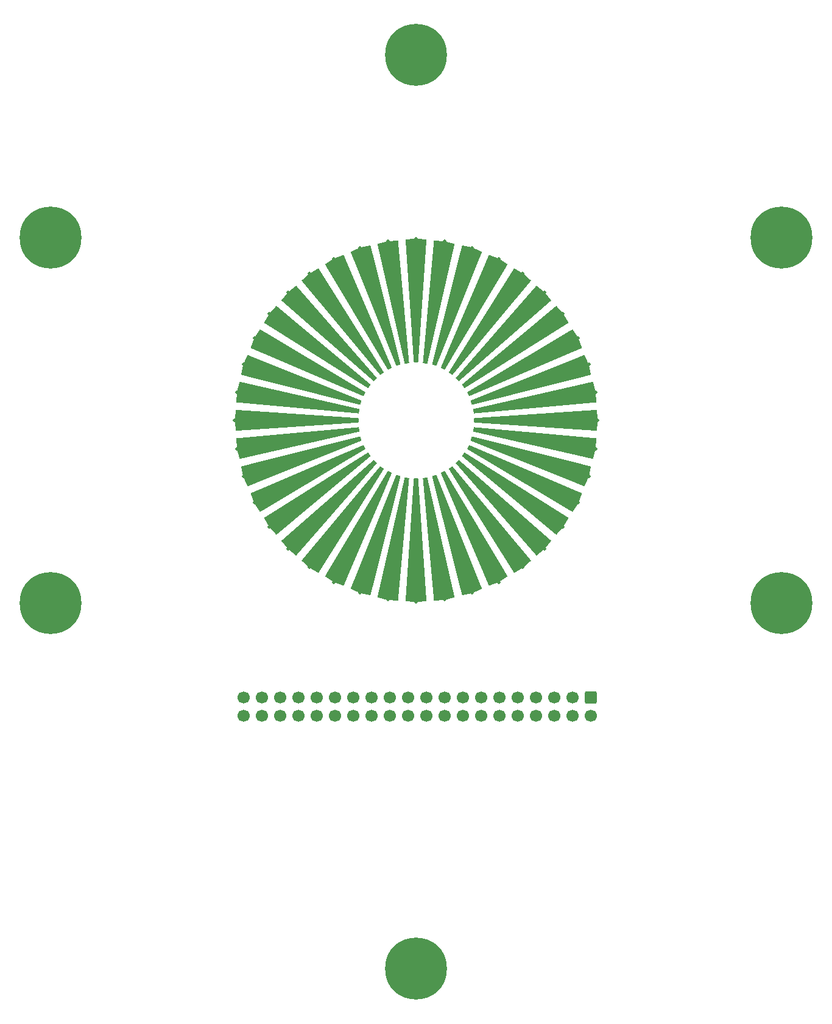
<source format=gbr>
%TF.GenerationSoftware,KiCad,Pcbnew,(5.99.0-8910-g624a231cc0)*%
%TF.CreationDate,2021-02-07T08:47:15+03:00*%
%TF.ProjectId,simpleprobecard,73696d70-6c65-4707-926f-626563617264,rev?*%
%TF.SameCoordinates,Original*%
%TF.FileFunction,Soldermask,Top*%
%TF.FilePolarity,Negative*%
%FSLAX46Y46*%
G04 Gerber Fmt 4.6, Leading zero omitted, Abs format (unit mm)*
G04 Created by KiCad (PCBNEW (5.99.0-8910-g624a231cc0)) date 2021-02-07 08:47:15*
%MOMM*%
%LPD*%
G01*
G04 APERTURE LIST*
G04 Aperture macros list*
%AMRoundRect*
0 Rectangle with rounded corners*
0 $1 Rounding radius*
0 $2 $3 $4 $5 $6 $7 $8 $9 X,Y pos of 4 corners*
0 Add a 4 corners polygon primitive as box body*
4,1,4,$2,$3,$4,$5,$6,$7,$8,$9,$2,$3,0*
0 Add four circle primitives for the rounded corners*
1,1,$1+$1,$2,$3*
1,1,$1+$1,$4,$5*
1,1,$1+$1,$6,$7*
1,1,$1+$1,$8,$9*
0 Add four rect primitives between the rounded corners*
20,1,$1+$1,$2,$3,$4,$5,0*
20,1,$1+$1,$4,$5,$6,$7,0*
20,1,$1+$1,$6,$7,$8,$9,0*
20,1,$1+$1,$8,$9,$2,$3,0*%
%AMFreePoly0*
4,1,32,0.276244,0.043271,0.292903,0.037648,0.293699,0.036041,0.295355,0.035355,0.302084,0.019110,0.309887,0.003355,1.449887,-16.946645,1.444060,-16.963908,1.438920,-16.981387,1.437988,-16.981895,1.437648,-16.982903,1.421315,-16.990992,1.405327,-16.999715,0.005327,-17.149715,0.000001,-17.148149,-0.005326,-17.149715,-1.405327,-16.999715,-1.421315,-16.990992,-1.437648,-16.982903,-1.437988,-16.981895,
-1.438920,-16.981387,-1.444056,-16.963919,-1.449887,-16.946645,-0.309887,0.003355,-0.302084,0.019110,-0.295355,0.035355,-0.293699,0.036041,-0.292903,0.037648,-0.276244,0.043271,-0.260000,0.050000,0.260000,0.050000,0.276244,0.043271,0.276244,0.043271,$1*%
G04 Aperture macros list end*
%ADD10C,0.500000*%
%ADD11FreePoly0,0.000000*%
%ADD12FreePoly0,9.000000*%
%ADD13FreePoly0,18.000000*%
%ADD14FreePoly0,27.000000*%
%ADD15FreePoly0,36.000000*%
%ADD16FreePoly0,45.000000*%
%ADD17FreePoly0,54.000000*%
%ADD18FreePoly0,63.000000*%
%ADD19FreePoly0,72.000000*%
%ADD20FreePoly0,81.000000*%
%ADD21FreePoly0,90.000000*%
%ADD22FreePoly0,99.000000*%
%ADD23FreePoly0,108.000000*%
%ADD24FreePoly0,117.000000*%
%ADD25FreePoly0,126.000000*%
%ADD26FreePoly0,135.000000*%
%ADD27FreePoly0,144.000000*%
%ADD28FreePoly0,153.000000*%
%ADD29FreePoly0,162.000000*%
%ADD30FreePoly0,171.000000*%
%ADD31FreePoly0,180.000000*%
%ADD32FreePoly0,189.000000*%
%ADD33FreePoly0,198.000000*%
%ADD34FreePoly0,207.000000*%
%ADD35FreePoly0,216.000000*%
%ADD36FreePoly0,225.000000*%
%ADD37FreePoly0,234.000000*%
%ADD38FreePoly0,243.000000*%
%ADD39FreePoly0,252.000000*%
%ADD40FreePoly0,261.000000*%
%ADD41FreePoly0,270.000000*%
%ADD42FreePoly0,279.000000*%
%ADD43FreePoly0,288.000000*%
%ADD44FreePoly0,297.000000*%
%ADD45FreePoly0,306.000000*%
%ADD46FreePoly0,315.000000*%
%ADD47FreePoly0,324.000000*%
%ADD48FreePoly0,333.000000*%
%ADD49FreePoly0,342.000000*%
%ADD50FreePoly0,351.000000*%
%ADD51C,0.900000*%
%ADD52C,8.600000*%
%ADD53RoundRect,0.250000X-0.600000X0.600000X-0.600000X-0.600000X0.600000X-0.600000X0.600000X0.600000X0*%
%ADD54C,1.700000*%
G04 APERTURE END LIST*
D10*
%TO.C,J1*%
X0Y-25220000D03*
D11*
X0Y-8100000D03*
D10*
X3945277Y-24909500D03*
D12*
X1267119Y-8000276D03*
D10*
X7793409Y-23985645D03*
D13*
X2503038Y-7703558D03*
D10*
X11449640Y-22471185D03*
D14*
X3677323Y-7217153D03*
D15*
X4761061Y-6553038D03*
D10*
X14823944Y-20403409D03*
X17833233Y-17833233D03*
D16*
X5727565Y-5727565D03*
D17*
X6553038Y-4761061D03*
D10*
X20403409Y-14823944D03*
X22471185Y-11449640D03*
D18*
X7217153Y-3677323D03*
D10*
X23985645Y-7793409D03*
D19*
X7703558Y-2503038D03*
D20*
X8000276Y-1267119D03*
D10*
X24909500Y-3945277D03*
X25220000Y0D03*
D21*
X8100000Y0D03*
D10*
X24909500Y3945277D03*
D22*
X8000276Y1267119D03*
D10*
X23985645Y7793409D03*
D23*
X7703558Y2503038D03*
D24*
X7217153Y3677323D03*
D10*
X22471185Y11449640D03*
X20403409Y14823944D03*
D25*
X6553038Y4761061D03*
D10*
X17833233Y17833233D03*
D26*
X5727565Y5727565D03*
D10*
X14823944Y20403409D03*
D27*
X4761061Y6553038D03*
D28*
X3677323Y7217153D03*
D10*
X11449640Y22471185D03*
X7793409Y23985645D03*
D29*
X2503038Y7703558D03*
D10*
X3945277Y24909500D03*
D30*
X1267119Y8000276D03*
D31*
X0Y8100000D03*
D10*
X0Y25220000D03*
X-3945277Y24909500D03*
D32*
X-1267119Y8000276D03*
D33*
X-2503038Y7703558D03*
D10*
X-7793409Y23985645D03*
D34*
X-3677323Y7217153D03*
D10*
X-11449640Y22471185D03*
X-14823944Y20403409D03*
D35*
X-4761061Y6553038D03*
D10*
X-17833233Y17833233D03*
D36*
X-5727565Y5727565D03*
D10*
X-20403409Y14823944D03*
D37*
X-6553038Y4761061D03*
D38*
X-7217153Y3677323D03*
D10*
X-22471185Y11449640D03*
D39*
X-7703558Y2503038D03*
D10*
X-23985645Y7793409D03*
D40*
X-8000276Y1267119D03*
D10*
X-24909500Y3945277D03*
X-25220000Y0D03*
D41*
X-8100000Y0D03*
D42*
X-8000276Y-1267119D03*
D10*
X-24909500Y-3945277D03*
D43*
X-7703558Y-2503038D03*
D10*
X-23985645Y-7793409D03*
D44*
X-7217153Y-3677323D03*
D10*
X-22471185Y-11449640D03*
X-20403409Y-14823944D03*
D45*
X-6553038Y-4761061D03*
D10*
X-17833233Y-17833233D03*
D46*
X-5727565Y-5727565D03*
D47*
X-4761061Y-6553038D03*
D10*
X-14823944Y-20403409D03*
X-11449640Y-22471185D03*
D48*
X-3677323Y-7217153D03*
D49*
X-2503038Y-7703558D03*
D10*
X-7793409Y-23985645D03*
D50*
X-1267119Y-8000276D03*
D10*
X-3945277Y-24909500D03*
%TD*%
D51*
%TO.C,H7*%
X3225000Y50800000D03*
X0Y54025000D03*
D52*
X0Y50800000D03*
D51*
X0Y47575000D03*
X-3225000Y50800000D03*
X-2280419Y48519581D03*
X2280419Y53080419D03*
X-2280419Y53080419D03*
X2280419Y48519581D03*
%TD*%
D52*
%TO.C,H3*%
X-50800000Y-25400000D03*
D51*
X-47575000Y-25400000D03*
X-50800000Y-22175000D03*
X-48519581Y-27680419D03*
X-54025000Y-25400000D03*
X-48519581Y-23119581D03*
X-50800000Y-28625000D03*
X-53080419Y-27680419D03*
X-53080419Y-23119581D03*
%TD*%
%TO.C,H4*%
X48519581Y27680419D03*
X53080419Y27680419D03*
X48519581Y23119581D03*
D52*
X50800000Y25400000D03*
D51*
X53080419Y23119581D03*
X50800000Y22175000D03*
X47575000Y25400000D03*
X50800000Y28625000D03*
X54025000Y25400000D03*
%TD*%
%TO.C,H1*%
X-53080419Y27680419D03*
X-48519581Y27680419D03*
X-53080419Y23119581D03*
D52*
X-50800000Y25400000D03*
D51*
X-48519581Y23119581D03*
X-50800000Y22175000D03*
X-54025000Y25400000D03*
X-50800000Y28625000D03*
X-47575000Y25400000D03*
%TD*%
D53*
%TO.C,J2*%
X24300000Y-38500000D03*
D54*
X24300000Y-41040000D03*
X21760000Y-38500000D03*
X21760000Y-41040000D03*
X19220000Y-38500000D03*
X19220000Y-41040000D03*
X16680000Y-38500000D03*
X16680000Y-41040000D03*
X14140000Y-38500000D03*
X14140000Y-41040000D03*
X11600000Y-38500000D03*
X11600000Y-41040000D03*
X9060000Y-38500000D03*
X9060000Y-41040000D03*
X6520000Y-38500000D03*
X6520000Y-41040000D03*
X3980000Y-38500000D03*
X3980000Y-41040000D03*
X1440000Y-38500000D03*
X1440000Y-41040000D03*
X-1100000Y-38500000D03*
X-1100000Y-41040000D03*
X-3640000Y-38500000D03*
X-3640000Y-41040000D03*
X-6180000Y-38500000D03*
X-6180000Y-41040000D03*
X-8720000Y-38500000D03*
X-8720000Y-41040000D03*
X-11260000Y-38500000D03*
X-11260000Y-41040000D03*
X-13800000Y-38500000D03*
X-13800000Y-41040000D03*
X-16340000Y-38500000D03*
X-16340000Y-41040000D03*
X-18880000Y-38500000D03*
X-18880000Y-41040000D03*
X-21420000Y-38500000D03*
X-21420000Y-41040000D03*
X-23960000Y-38500000D03*
X-23960000Y-41040000D03*
%TD*%
D52*
%TO.C,H6*%
X50800000Y-25400000D03*
D51*
X54025000Y-25400000D03*
X50800000Y-22175000D03*
X53080419Y-27680419D03*
X47575000Y-25400000D03*
X53080419Y-23119581D03*
X50800000Y-28625000D03*
X48519581Y-27680419D03*
X48519581Y-23119581D03*
%TD*%
%TO.C,H8*%
X-3225000Y-76200000D03*
D52*
X0Y-76200000D03*
D51*
X2280419Y-78480419D03*
X0Y-79425000D03*
X2280419Y-73919581D03*
X3225000Y-76200000D03*
X0Y-72975000D03*
X-2280419Y-78480419D03*
X-2280419Y-73919581D03*
%TD*%
M02*

</source>
